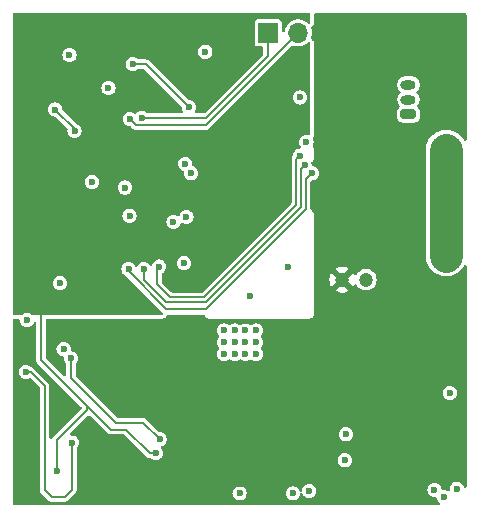
<source format=gbr>
%TF.GenerationSoftware,KiCad,Pcbnew,8.0.3-8.0.3-0~ubuntu22.04.1*%
%TF.CreationDate,2024-06-15T18:18:28-06:00*%
%TF.ProjectId,stm32g070 and DRV8311 single motor board - V1 Alpha,73746d33-3267-4303-9730-20616e642044,rev?*%
%TF.SameCoordinates,Original*%
%TF.FileFunction,Copper,L3,Inr*%
%TF.FilePolarity,Positive*%
%FSLAX46Y46*%
G04 Gerber Fmt 4.6, Leading zero omitted, Abs format (unit mm)*
G04 Created by KiCad (PCBNEW 8.0.3-8.0.3-0~ubuntu22.04.1) date 2024-06-15 18:18:28*
%MOMM*%
%LPD*%
G01*
G04 APERTURE LIST*
G04 Aperture macros list*
%AMRoundRect*
0 Rectangle with rounded corners*
0 $1 Rounding radius*
0 $2 $3 $4 $5 $6 $7 $8 $9 X,Y pos of 4 corners*
0 Add a 4 corners polygon primitive as box body*
4,1,4,$2,$3,$4,$5,$6,$7,$8,$9,$2,$3,0*
0 Add four circle primitives for the rounded corners*
1,1,$1+$1,$2,$3*
1,1,$1+$1,$4,$5*
1,1,$1+$1,$6,$7*
1,1,$1+$1,$8,$9*
0 Add four rect primitives between the rounded corners*
20,1,$1+$1,$2,$3,$4,$5,0*
20,1,$1+$1,$4,$5,$6,$7,0*
20,1,$1+$1,$6,$7,$8,$9,0*
20,1,$1+$1,$8,$9,$2,$3,0*%
G04 Aperture macros list end*
%TA.AperFunction,ComponentPad*%
%ADD10RoundRect,0.200000X0.450000X-0.200000X0.450000X0.200000X-0.450000X0.200000X-0.450000X-0.200000X0*%
%TD*%
%TA.AperFunction,ComponentPad*%
%ADD11O,1.300000X0.800000*%
%TD*%
%TA.AperFunction,ComponentPad*%
%ADD12C,1.200000*%
%TD*%
%TA.AperFunction,ComponentPad*%
%ADD13C,0.600000*%
%TD*%
%TA.AperFunction,ComponentPad*%
%ADD14R,1.700000X1.700000*%
%TD*%
%TA.AperFunction,ComponentPad*%
%ADD15O,1.700000X1.700000*%
%TD*%
%TA.AperFunction,ViaPad*%
%ADD16C,0.600000*%
%TD*%
%TA.AperFunction,Conductor*%
%ADD17C,0.200000*%
%TD*%
%TA.AperFunction,Conductor*%
%ADD18C,2.814000*%
%TD*%
G04 APERTURE END LIST*
D10*
%TO.N,Net-(J3-Pin_1)*%
%TO.C,J3*%
X156400000Y-96900000D03*
D11*
%TO.N,Net-(J3-Pin_2)*%
X156400000Y-95650000D03*
%TO.N,Net-(J3-Pin_3)*%
X156400000Y-94400000D03*
%TD*%
D12*
%TO.N,/MOTORPWR*%
%TO.C,C15*%
X152800000Y-110900000D03*
%TO.N,GNDPWR*%
X150800000Y-110900000D03*
%TD*%
D13*
%TO.N,GNDPWR*%
%TO.C,U4*%
X132262500Y-124737500D03*
X132262500Y-125687500D03*
X132262500Y-126637500D03*
%TD*%
D14*
%TO.N,/USART1_TX*%
%TO.C,J4*%
X144525000Y-90000000D03*
D15*
%TO.N,/USART1_RX*%
X147065000Y-90000000D03*
%TD*%
D13*
%TO.N,GNDPWR*%
%TO.C,U2*%
X149162498Y-98100001D03*
X150562500Y-98100001D03*
X149862499Y-97374600D03*
X149162498Y-96699999D03*
X150562500Y-96699999D03*
%TD*%
D16*
%TO.N,VDD*%
X129600000Y-102636000D03*
X147213896Y-95473287D03*
X131000000Y-94700000D03*
%TO.N,GND*%
X124000000Y-99300000D03*
X123800000Y-108900000D03*
X146000000Y-103400000D03*
X131800000Y-91800000D03*
X126600000Y-127100000D03*
X135000000Y-125600000D03*
X132900000Y-104500000D03*
X136800000Y-89700000D03*
X141000000Y-98600000D03*
X131600000Y-112200000D03*
%TO.N,/MOTORPWR*%
X158600000Y-103400000D03*
X158600000Y-105300000D03*
X142600000Y-115200000D03*
X159600000Y-103400000D03*
X142600000Y-117200000D03*
X143500000Y-115200000D03*
X141700000Y-115200000D03*
X158600000Y-104400000D03*
X141700000Y-116200000D03*
X141700000Y-117200000D03*
X159600000Y-105300000D03*
X160600000Y-104400000D03*
X140800000Y-117200000D03*
X143500000Y-116200000D03*
X160600000Y-103400000D03*
X160600000Y-105300000D03*
X142600000Y-116200000D03*
X140800000Y-116200000D03*
X159600000Y-104400000D03*
X140800000Y-115200000D03*
X143500000Y-117200000D03*
%TO.N,GNDPWR*%
X158900000Y-116500000D03*
X131400000Y-119000000D03*
X124350000Y-126300000D03*
X152800000Y-90800000D03*
X132400000Y-118100000D03*
X153500000Y-106800000D03*
X124350000Y-127150000D03*
X154800000Y-90800000D03*
X157900000Y-117400000D03*
X130400000Y-117100000D03*
X159900000Y-116500000D03*
X132400000Y-117100000D03*
X153800000Y-89800000D03*
X132400000Y-119000000D03*
X154800000Y-89800000D03*
X157900000Y-115500000D03*
X159900000Y-117400000D03*
X153500000Y-104900000D03*
X152500000Y-106800000D03*
X152800000Y-89800000D03*
X131400000Y-118100000D03*
X159900000Y-115500000D03*
X152500000Y-105900000D03*
X153500000Y-105900000D03*
X158900000Y-115500000D03*
X153800000Y-90800000D03*
X152800000Y-91700000D03*
X151500000Y-105900000D03*
X154800000Y-91700000D03*
X151500000Y-104900000D03*
X130400000Y-118100000D03*
X151500000Y-106800000D03*
X131400000Y-117100000D03*
X157900000Y-116500000D03*
X158900000Y-117400000D03*
X153800000Y-91700000D03*
X152500000Y-104900000D03*
X130400000Y-119000000D03*
%TO.N,/SWC*%
X137500000Y-101100000D03*
%TO.N,/SWD*%
X138000000Y-101900000D03*
%TO.N,Net-(U2-SLEEP_N)*%
X147756784Y-99259725D03*
%TO.N,/PSU/LDO 4.9v*%
X127912500Y-124700000D03*
X124000000Y-118700000D03*
%TO.N,/1CSA-B*%
X147600000Y-101200000D03*
X134000000Y-110000000D03*
%TO.N,/1CSA-A*%
X132700000Y-110000000D03*
X148200000Y-101900000D03*
%TO.N,/1CSA-C*%
X135300000Y-109800000D03*
X147200000Y-100400000D03*
%TO.N,/CS1*%
X133049998Y-92649998D03*
X137800000Y-96300000D03*
%TO.N,/PSU/BATT+*%
X142100000Y-129000000D03*
X159900000Y-120500000D03*
%TO.N,Net-(D1-A)*%
X124100000Y-114325000D03*
%TO.N,/PSU/~{CHG}*%
X135321200Y-124421200D03*
X127824265Y-117575735D03*
%TO.N,Net-(D2-A)*%
X127200000Y-116800000D03*
%TO.N,/SDA1*%
X128125000Y-98300000D03*
X126500000Y-96500000D03*
%TO.N,/PSU/BATT-*%
X151000000Y-126200000D03*
X160500000Y-128600000D03*
%TO.N,Net-(Q1-G)*%
X159400000Y-129300000D03*
X148000000Y-128800000D03*
X151100000Y-124000000D03*
%TO.N,/NRST*%
X126900000Y-111200000D03*
X132780603Y-105480603D03*
%TO.N,Net-(U3-PACK)*%
X146600000Y-129000000D03*
X158600000Y-128700000D03*
%TO.N,Net-(J1-Pin_2)*%
X127700000Y-91900000D03*
%TO.N,Net-(J2-Pin_2)*%
X139200000Y-91600000D03*
%TO.N,/USART1_TX*%
X133800000Y-97200000D03*
%TO.N,/USART1_RX*%
X132800000Y-97300000D03*
%TO.N,/ADC11*%
X136500000Y-106000000D03*
%TO.N,/ADC10{slash}VBATT*%
X137400000Y-109500000D03*
%TO.N,Net-(D3-A)*%
X143000000Y-112300000D03*
%TO.N,/LED*%
X137600000Y-105600000D03*
X146200000Y-109800000D03*
%TO.N,Net-(U1-VREF+)*%
X132400000Y-103100000D03*
%TD*%
D17*
%TO.N,GND*%
X125300000Y-110400000D02*
X125300000Y-117700000D01*
X126600000Y-124500000D02*
X129150000Y-121950000D01*
X132500000Y-123600000D02*
X134500000Y-125600000D01*
X129150000Y-121950000D02*
X129150000Y-121550000D01*
X126600000Y-127100000D02*
X126600000Y-124500000D01*
X134500000Y-125600000D02*
X135000000Y-125600000D01*
X123800000Y-108900000D02*
X125300000Y-110400000D01*
X131200000Y-123600000D02*
X132500000Y-123600000D01*
X125300000Y-117700000D02*
X131200000Y-123600000D01*
D18*
%TO.N,/MOTORPWR*%
X159600000Y-99900000D02*
X159600000Y-108900000D01*
D17*
%TO.N,/PSU/LDO 4.9v*%
X127300000Y-129300000D02*
X127912500Y-128687500D01*
X127912500Y-128687500D02*
X127912500Y-124700000D01*
X125600000Y-128700000D02*
X126200000Y-129300000D01*
X124400000Y-118700000D02*
X125600000Y-119900000D01*
X124000000Y-118700000D02*
X124400000Y-118700000D01*
X126200000Y-129300000D02*
X127300000Y-129300000D01*
X125600000Y-119900000D02*
X125600000Y-128700000D01*
%TO.N,/1CSA-B*%
X135900000Y-112800000D02*
X139265686Y-112800000D01*
X134000000Y-110900000D02*
X135900000Y-112800000D01*
X134000000Y-110000000D02*
X134000000Y-110900000D01*
X147300000Y-104765686D02*
X147300000Y-101500000D01*
X139265686Y-112800000D02*
X147300000Y-104765686D01*
X147300000Y-101500000D02*
X147600000Y-101200000D01*
%TO.N,/1CSA-A*%
X135900000Y-113400000D02*
X139231372Y-113400000D01*
X147700000Y-104931372D02*
X147700000Y-102400000D01*
X147700000Y-102400000D02*
X148200000Y-101900000D01*
X132700000Y-110000000D02*
X132700000Y-110200000D01*
X132700000Y-110200000D02*
X135900000Y-113400000D01*
X139231372Y-113400000D02*
X147700000Y-104931372D01*
%TO.N,/1CSA-C*%
X136200000Y-112400000D02*
X139100000Y-112400000D01*
X139100000Y-112400000D02*
X146900000Y-104600000D01*
X135100000Y-111300000D02*
X136200000Y-112400000D01*
X135100000Y-110000000D02*
X135100000Y-111300000D01*
X146900000Y-100700000D02*
X147200000Y-100400000D01*
X146900000Y-104600000D02*
X146900000Y-100700000D01*
X135300000Y-109800000D02*
X135100000Y-110000000D01*
%TO.N,/CS1*%
X137800000Y-96300000D02*
X134149998Y-92649998D01*
X134149998Y-92649998D02*
X133049998Y-92649998D01*
%TO.N,/PSU/~{CHG}*%
X131600000Y-123000000D02*
X133900000Y-123000000D01*
X127824265Y-117575735D02*
X127824265Y-119224265D01*
X133900000Y-123000000D02*
X135321200Y-124421200D01*
X127824265Y-119224265D02*
X131600000Y-123000000D01*
%TO.N,/SDA1*%
X126500000Y-96500000D02*
X128125000Y-98125000D01*
X128125000Y-98125000D02*
X128125000Y-98300000D01*
%TO.N,/USART1_TX*%
X133800000Y-97200000D02*
X139299314Y-97200000D01*
X139299314Y-97200000D02*
X144525000Y-91974314D01*
X144525000Y-91974314D02*
X144525000Y-90000000D01*
%TO.N,/USART1_RX*%
X132800000Y-97300000D02*
X133300000Y-97800000D01*
X133300000Y-97800000D02*
X139265000Y-97800000D01*
X139265000Y-97800000D02*
X147065000Y-90000000D01*
%TD*%
%TA.AperFunction,Conductor*%
%TO.N,GNDPWR*%
G36*
X139174753Y-113919685D02*
G01*
X139214752Y-113961400D01*
X139253447Y-114027563D01*
X139253452Y-114027571D01*
X139299208Y-114080376D01*
X139299218Y-114080387D01*
X139343934Y-114122548D01*
X139343936Y-114122549D01*
X139343940Y-114122553D01*
X139444016Y-114173439D01*
X139511055Y-114193124D01*
X139597127Y-114205500D01*
X139597130Y-114205500D01*
X147975990Y-114205500D01*
X147976000Y-114205500D01*
X148040941Y-114198518D01*
X148092452Y-114187312D01*
X148130658Y-114176354D01*
X148227571Y-114119675D01*
X148280375Y-114073920D01*
X148280382Y-114073912D01*
X148280387Y-114073908D01*
X148322548Y-114029192D01*
X148322553Y-114029187D01*
X148373439Y-113929111D01*
X148381987Y-113900000D01*
X161323500Y-113900000D01*
X161323500Y-128395532D01*
X161303815Y-128462571D01*
X161251011Y-128508326D01*
X161181853Y-128518270D01*
X161118297Y-128489245D01*
X161084939Y-128442985D01*
X161065283Y-128395532D01*
X161024536Y-128297159D01*
X160928282Y-128171718D01*
X160802841Y-128075464D01*
X160656762Y-128014956D01*
X160656760Y-128014955D01*
X160500001Y-127994318D01*
X160499999Y-127994318D01*
X160343239Y-128014955D01*
X160343237Y-128014956D01*
X160197160Y-128075463D01*
X160071718Y-128171718D01*
X159975463Y-128297160D01*
X159914956Y-128443237D01*
X159914955Y-128443239D01*
X159894318Y-128599998D01*
X159894318Y-128600001D01*
X159902456Y-128661815D01*
X159891690Y-128730850D01*
X159845310Y-128783106D01*
X159778042Y-128801991D01*
X159711241Y-128781510D01*
X159704037Y-128776381D01*
X159702842Y-128775464D01*
X159556762Y-128714956D01*
X159556760Y-128714955D01*
X159400001Y-128694318D01*
X159399999Y-128694318D01*
X159331196Y-128703376D01*
X159262161Y-128692610D01*
X159209905Y-128646230D01*
X159192072Y-128596622D01*
X159185044Y-128543239D01*
X159185044Y-128543238D01*
X159124536Y-128397159D01*
X159028282Y-128271718D01*
X158902841Y-128175464D01*
X158893797Y-128171718D01*
X158756762Y-128114956D01*
X158756760Y-128114955D01*
X158600001Y-128094318D01*
X158599999Y-128094318D01*
X158443239Y-128114955D01*
X158443237Y-128114956D01*
X158297160Y-128175463D01*
X158171718Y-128271718D01*
X158075463Y-128397160D01*
X158014956Y-128543237D01*
X158014955Y-128543239D01*
X157994318Y-128699998D01*
X157994318Y-128700001D01*
X158014955Y-128856760D01*
X158014956Y-128856762D01*
X158074287Y-129000001D01*
X158075464Y-129002841D01*
X158171718Y-129128282D01*
X158297159Y-129224536D01*
X158443238Y-129285044D01*
X158600000Y-129305682D01*
X158668805Y-129296623D01*
X158737837Y-129307388D01*
X158790093Y-129353767D01*
X158807927Y-129403375D01*
X158813502Y-129445724D01*
X158814956Y-129456762D01*
X158875464Y-129602841D01*
X158950400Y-129700500D01*
X158971719Y-129728283D01*
X159060132Y-129796124D01*
X159101335Y-129852552D01*
X159105490Y-129922298D01*
X159071278Y-129983218D01*
X159009561Y-130015971D01*
X158984646Y-130018500D01*
X123006500Y-130018500D01*
X122939461Y-129998815D01*
X122893706Y-129946011D01*
X122882500Y-129894500D01*
X122882500Y-114329500D01*
X122902185Y-114262461D01*
X122954989Y-114216706D01*
X123006500Y-114205500D01*
X123370318Y-114205500D01*
X123437357Y-114225185D01*
X123483112Y-114277989D01*
X123491632Y-114317155D01*
X123493257Y-114316942D01*
X123514955Y-114481760D01*
X123514956Y-114481762D01*
X123575464Y-114627841D01*
X123671718Y-114753282D01*
X123797159Y-114849536D01*
X123943238Y-114910044D01*
X124021619Y-114920363D01*
X124099999Y-114930682D01*
X124100000Y-114930682D01*
X124100001Y-114930682D01*
X124152254Y-114923802D01*
X124256762Y-114910044D01*
X124402841Y-114849536D01*
X124528282Y-114753282D01*
X124624536Y-114627841D01*
X124660939Y-114539955D01*
X124704780Y-114485552D01*
X124771074Y-114463487D01*
X124838773Y-114480766D01*
X124886384Y-114531903D01*
X124899500Y-114587408D01*
X124899500Y-117752726D01*
X124926793Y-117854589D01*
X124953156Y-117900250D01*
X124979520Y-117945913D01*
X124979522Y-117945915D01*
X128695926Y-121662319D01*
X128729411Y-121723642D01*
X128724427Y-121793334D01*
X128695926Y-121837681D01*
X126279522Y-124254084D01*
X126279517Y-124254090D01*
X126231887Y-124336589D01*
X126181320Y-124384805D01*
X126112713Y-124398027D01*
X126047848Y-124372059D01*
X126007320Y-124315145D01*
X126000500Y-124274589D01*
X126000500Y-119847275D01*
X126000500Y-119847273D01*
X125973207Y-119745413D01*
X125973207Y-119745412D01*
X125920480Y-119654087D01*
X124645913Y-118379520D01*
X124554588Y-118326793D01*
X124489379Y-118309320D01*
X124433796Y-118277231D01*
X124428288Y-118271724D01*
X124428284Y-118271721D01*
X124428282Y-118271718D01*
X124302841Y-118175464D01*
X124156762Y-118114956D01*
X124156760Y-118114955D01*
X124000001Y-118094318D01*
X123999999Y-118094318D01*
X123843239Y-118114955D01*
X123843237Y-118114956D01*
X123697160Y-118175463D01*
X123571718Y-118271718D01*
X123475463Y-118397160D01*
X123414956Y-118543237D01*
X123414955Y-118543239D01*
X123394318Y-118699998D01*
X123394318Y-118700001D01*
X123414955Y-118856760D01*
X123414956Y-118856762D01*
X123475464Y-119002841D01*
X123571718Y-119128282D01*
X123697159Y-119224536D01*
X123843238Y-119285044D01*
X123921619Y-119295363D01*
X123999999Y-119305682D01*
X124000000Y-119305682D01*
X124000001Y-119305682D01*
X124052254Y-119298802D01*
X124156762Y-119285044D01*
X124265399Y-119240044D01*
X124334867Y-119232576D01*
X124397347Y-119263851D01*
X124400532Y-119266925D01*
X125163181Y-120029574D01*
X125196666Y-120090897D01*
X125199500Y-120117255D01*
X125199500Y-128647273D01*
X125199500Y-128752727D01*
X125212167Y-128800001D01*
X125226793Y-128854589D01*
X125230248Y-128860573D01*
X125279520Y-128945913D01*
X125954087Y-129620480D01*
X126045412Y-129673207D01*
X126147273Y-129700500D01*
X126147275Y-129700500D01*
X127352725Y-129700500D01*
X127352727Y-129700500D01*
X127454588Y-129673207D01*
X127545913Y-129620480D01*
X128166395Y-128999998D01*
X141494318Y-128999998D01*
X141494318Y-129000001D01*
X141514955Y-129156760D01*
X141514956Y-129156762D01*
X141574287Y-129300001D01*
X141575464Y-129302841D01*
X141671718Y-129428282D01*
X141797159Y-129524536D01*
X141943238Y-129585044D01*
X142021619Y-129595363D01*
X142099999Y-129605682D01*
X142100000Y-129605682D01*
X142100001Y-129605682D01*
X142152254Y-129598802D01*
X142256762Y-129585044D01*
X142402841Y-129524536D01*
X142528282Y-129428282D01*
X142624536Y-129302841D01*
X142685044Y-129156762D01*
X142705682Y-129000000D01*
X142705682Y-128999998D01*
X145994318Y-128999998D01*
X145994318Y-129000001D01*
X146014955Y-129156760D01*
X146014956Y-129156762D01*
X146074287Y-129300001D01*
X146075464Y-129302841D01*
X146171718Y-129428282D01*
X146297159Y-129524536D01*
X146443238Y-129585044D01*
X146521619Y-129595363D01*
X146599999Y-129605682D01*
X146600000Y-129605682D01*
X146600001Y-129605682D01*
X146652254Y-129598802D01*
X146756762Y-129585044D01*
X146902841Y-129524536D01*
X147028282Y-129428282D01*
X147124536Y-129302841D01*
X147185044Y-129156762D01*
X147200070Y-129042623D01*
X147228336Y-128978728D01*
X147286661Y-128940257D01*
X147356525Y-128939426D01*
X147415749Y-128976498D01*
X147437570Y-129011357D01*
X147475464Y-129102841D01*
X147571718Y-129228282D01*
X147697159Y-129324536D01*
X147843238Y-129385044D01*
X147921619Y-129395363D01*
X147999999Y-129405682D01*
X148000000Y-129405682D01*
X148000001Y-129405682D01*
X148052254Y-129398802D01*
X148156762Y-129385044D01*
X148302841Y-129324536D01*
X148428282Y-129228282D01*
X148524536Y-129102841D01*
X148585044Y-128956762D01*
X148605682Y-128800000D01*
X148599458Y-128752727D01*
X148585044Y-128643239D01*
X148585044Y-128643238D01*
X148524536Y-128497159D01*
X148428282Y-128371718D01*
X148302841Y-128275464D01*
X148293797Y-128271718D01*
X148156762Y-128214956D01*
X148156760Y-128214955D01*
X148000001Y-128194318D01*
X147999999Y-128194318D01*
X147843239Y-128214955D01*
X147843237Y-128214956D01*
X147697160Y-128275463D01*
X147571718Y-128371718D01*
X147475463Y-128497160D01*
X147414956Y-128643237D01*
X147414956Y-128643239D01*
X147399929Y-128757375D01*
X147371662Y-128821271D01*
X147313337Y-128859742D01*
X147243473Y-128860573D01*
X147184249Y-128823500D01*
X147162429Y-128788641D01*
X147124537Y-128697161D01*
X147124536Y-128697160D01*
X147124536Y-128697159D01*
X147028282Y-128571718D01*
X146902841Y-128475464D01*
X146890241Y-128470245D01*
X146756762Y-128414956D01*
X146756760Y-128414955D01*
X146600001Y-128394318D01*
X146599999Y-128394318D01*
X146443239Y-128414955D01*
X146443237Y-128414956D01*
X146297160Y-128475463D01*
X146171718Y-128571718D01*
X146075463Y-128697160D01*
X146014956Y-128843237D01*
X146014955Y-128843239D01*
X145994318Y-128999998D01*
X142705682Y-128999998D01*
X142699989Y-128956760D01*
X142688793Y-128871718D01*
X142685044Y-128843238D01*
X142624536Y-128697159D01*
X142528282Y-128571718D01*
X142402841Y-128475464D01*
X142390241Y-128470245D01*
X142256762Y-128414956D01*
X142256760Y-128414955D01*
X142100001Y-128394318D01*
X142099999Y-128394318D01*
X141943239Y-128414955D01*
X141943237Y-128414956D01*
X141797160Y-128475463D01*
X141671718Y-128571718D01*
X141575463Y-128697160D01*
X141514956Y-128843237D01*
X141514955Y-128843239D01*
X141494318Y-128999998D01*
X128166395Y-128999998D01*
X128232980Y-128933413D01*
X128285707Y-128842088D01*
X128313000Y-128740227D01*
X128313000Y-128634773D01*
X128313000Y-125206580D01*
X128332685Y-125139541D01*
X128338624Y-125131093D01*
X128340779Y-125128283D01*
X128340782Y-125128282D01*
X128437036Y-125002841D01*
X128497544Y-124856762D01*
X128518182Y-124700000D01*
X128518181Y-124699995D01*
X128497544Y-124543239D01*
X128497544Y-124543238D01*
X128437036Y-124397159D01*
X128340782Y-124271718D01*
X128215341Y-124175464D01*
X128170190Y-124156762D01*
X128069262Y-124114956D01*
X128069260Y-124114955D01*
X127912502Y-124094318D01*
X127912500Y-124094318D01*
X127896531Y-124096420D01*
X127882624Y-124098251D01*
X127813589Y-124087483D01*
X127761334Y-124041102D01*
X127742450Y-123973833D01*
X127762932Y-123907033D01*
X127778752Y-123887639D01*
X129262318Y-122404072D01*
X129323641Y-122370588D01*
X129393333Y-122375572D01*
X129437680Y-122404073D01*
X130954087Y-123920480D01*
X131045412Y-123973207D01*
X131147273Y-124000500D01*
X131252727Y-124000500D01*
X132282745Y-124000500D01*
X132349784Y-124020185D01*
X132370426Y-124036819D01*
X134254087Y-125920480D01*
X134345412Y-125973207D01*
X134447273Y-126000500D01*
X134493420Y-126000500D01*
X134560459Y-126020185D01*
X134568907Y-126026124D01*
X134571716Y-126028279D01*
X134571718Y-126028282D01*
X134697159Y-126124536D01*
X134843238Y-126185044D01*
X134921619Y-126195363D01*
X134999999Y-126205682D01*
X135000000Y-126205682D01*
X135000001Y-126205682D01*
X135043170Y-126199998D01*
X150394318Y-126199998D01*
X150394318Y-126200001D01*
X150414955Y-126356760D01*
X150414956Y-126356762D01*
X150475464Y-126502841D01*
X150571718Y-126628282D01*
X150697159Y-126724536D01*
X150843238Y-126785044D01*
X150921619Y-126795363D01*
X150999999Y-126805682D01*
X151000000Y-126805682D01*
X151000001Y-126805682D01*
X151064754Y-126797157D01*
X151156762Y-126785044D01*
X151302841Y-126724536D01*
X151428282Y-126628282D01*
X151524536Y-126502841D01*
X151585044Y-126356762D01*
X151605682Y-126200000D01*
X151585044Y-126043238D01*
X151524536Y-125897159D01*
X151428282Y-125771718D01*
X151302841Y-125675464D01*
X151156762Y-125614956D01*
X151156760Y-125614955D01*
X151000001Y-125594318D01*
X150999999Y-125594318D01*
X150843239Y-125614955D01*
X150843237Y-125614956D01*
X150697160Y-125675463D01*
X150571718Y-125771718D01*
X150475463Y-125897160D01*
X150414956Y-126043237D01*
X150414955Y-126043239D01*
X150394318Y-126199998D01*
X135043170Y-126199998D01*
X135052254Y-126198802D01*
X135156762Y-126185044D01*
X135302841Y-126124536D01*
X135428282Y-126028282D01*
X135524536Y-125902841D01*
X135585044Y-125756762D01*
X135605682Y-125600000D01*
X135585044Y-125443238D01*
X135524536Y-125297159D01*
X135442287Y-125189970D01*
X135417095Y-125124805D01*
X135431133Y-125056360D01*
X135479947Y-125006370D01*
X135493201Y-124999931D01*
X135624041Y-124945736D01*
X135749482Y-124849482D01*
X135845736Y-124724041D01*
X135906244Y-124577962D01*
X135920002Y-124473454D01*
X135926882Y-124421201D01*
X135926882Y-124421198D01*
X135906244Y-124264439D01*
X135906244Y-124264438D01*
X135845736Y-124118359D01*
X135754915Y-123999998D01*
X150494318Y-123999998D01*
X150494318Y-124000001D01*
X150514955Y-124156760D01*
X150514956Y-124156762D01*
X150563761Y-124274589D01*
X150575464Y-124302841D01*
X150671718Y-124428282D01*
X150797159Y-124524536D01*
X150943238Y-124585044D01*
X151021619Y-124595363D01*
X151099999Y-124605682D01*
X151100000Y-124605682D01*
X151100001Y-124605682D01*
X151152254Y-124598802D01*
X151256762Y-124585044D01*
X151402841Y-124524536D01*
X151528282Y-124428282D01*
X151624536Y-124302841D01*
X151685044Y-124156762D01*
X151705682Y-124000000D01*
X151692077Y-123896663D01*
X151685044Y-123843239D01*
X151685044Y-123843238D01*
X151624536Y-123697159D01*
X151528282Y-123571718D01*
X151402841Y-123475464D01*
X151256762Y-123414956D01*
X151256760Y-123414955D01*
X151100001Y-123394318D01*
X151099999Y-123394318D01*
X150943239Y-123414955D01*
X150943237Y-123414956D01*
X150797160Y-123475463D01*
X150671718Y-123571718D01*
X150575463Y-123697160D01*
X150514956Y-123843237D01*
X150514955Y-123843239D01*
X150494318Y-123999998D01*
X135754915Y-123999998D01*
X135749482Y-123992918D01*
X135624041Y-123896664D01*
X135477962Y-123836156D01*
X135421777Y-123828759D01*
X135317685Y-123815055D01*
X135253789Y-123786788D01*
X135246190Y-123779797D01*
X134145915Y-122679522D01*
X134145913Y-122679520D01*
X134100250Y-122653156D01*
X134054589Y-122626793D01*
X134003657Y-122613146D01*
X133952727Y-122599500D01*
X133952726Y-122599500D01*
X131817254Y-122599500D01*
X131750215Y-122579815D01*
X131729573Y-122563181D01*
X129666391Y-120499998D01*
X159294318Y-120499998D01*
X159294318Y-120500001D01*
X159314955Y-120656760D01*
X159314956Y-120656762D01*
X159375464Y-120802841D01*
X159471718Y-120928282D01*
X159597159Y-121024536D01*
X159743238Y-121085044D01*
X159821619Y-121095363D01*
X159899999Y-121105682D01*
X159900000Y-121105682D01*
X159900001Y-121105682D01*
X159952254Y-121098802D01*
X160056762Y-121085044D01*
X160202841Y-121024536D01*
X160328282Y-120928282D01*
X160424536Y-120802841D01*
X160485044Y-120656762D01*
X160505682Y-120500000D01*
X160485044Y-120343238D01*
X160424536Y-120197159D01*
X160328282Y-120071718D01*
X160202841Y-119975464D01*
X160056762Y-119914956D01*
X160056760Y-119914955D01*
X159900001Y-119894318D01*
X159899999Y-119894318D01*
X159743239Y-119914955D01*
X159743237Y-119914956D01*
X159597160Y-119975463D01*
X159471718Y-120071718D01*
X159375463Y-120197160D01*
X159314956Y-120343237D01*
X159314955Y-120343239D01*
X159294318Y-120499998D01*
X129666391Y-120499998D01*
X128261084Y-119094691D01*
X128227599Y-119033368D01*
X128224765Y-119007010D01*
X128224765Y-118082315D01*
X128244450Y-118015276D01*
X128250389Y-118006828D01*
X128252544Y-118004018D01*
X128252547Y-118004017D01*
X128348801Y-117878576D01*
X128409309Y-117732497D01*
X128429947Y-117575735D01*
X128409309Y-117418973D01*
X128348801Y-117272894D01*
X128252547Y-117147453D01*
X128127106Y-117051199D01*
X128107886Y-117043238D01*
X128084319Y-117033476D01*
X127981027Y-116990691D01*
X127906929Y-116980935D01*
X127843034Y-116952669D01*
X127804563Y-116894345D01*
X127800177Y-116841813D01*
X127805682Y-116800000D01*
X127800169Y-116758128D01*
X127785044Y-116643239D01*
X127785044Y-116643238D01*
X127724536Y-116497159D01*
X127628282Y-116371718D01*
X127502841Y-116275464D01*
X127356762Y-116214956D01*
X127356760Y-116214955D01*
X127200001Y-116194318D01*
X127199999Y-116194318D01*
X127043239Y-116214955D01*
X127043237Y-116214956D01*
X126897160Y-116275463D01*
X126771718Y-116371718D01*
X126675463Y-116497160D01*
X126614956Y-116643237D01*
X126614955Y-116643239D01*
X126594318Y-116799998D01*
X126594318Y-116800001D01*
X126614955Y-116956760D01*
X126614956Y-116956762D01*
X126650775Y-117043238D01*
X126675464Y-117102841D01*
X126771718Y-117228282D01*
X126897159Y-117324536D01*
X127043238Y-117385044D01*
X127117333Y-117394798D01*
X127181229Y-117423064D01*
X127219701Y-117481388D01*
X127224087Y-117533921D01*
X127218583Y-117575732D01*
X127218583Y-117575736D01*
X127239220Y-117732495D01*
X127239221Y-117732497D01*
X127299729Y-117878576D01*
X127395983Y-118004017D01*
X127395985Y-118004018D01*
X127398141Y-118006828D01*
X127423335Y-118071998D01*
X127423765Y-118082315D01*
X127423765Y-118958010D01*
X127404080Y-119025049D01*
X127351276Y-119070804D01*
X127282118Y-119080748D01*
X127218562Y-119051723D01*
X127212084Y-119045691D01*
X125736819Y-117570426D01*
X125703334Y-117509103D01*
X125700500Y-117482745D01*
X125700500Y-115199998D01*
X140194318Y-115199998D01*
X140194318Y-115200001D01*
X140214955Y-115356760D01*
X140214956Y-115356762D01*
X140275464Y-115502842D01*
X140368826Y-115624514D01*
X140394020Y-115689683D01*
X140379981Y-115758128D01*
X140368826Y-115775486D01*
X140275464Y-115897157D01*
X140214956Y-116043237D01*
X140214955Y-116043239D01*
X140194318Y-116199998D01*
X140194318Y-116200001D01*
X140214955Y-116356760D01*
X140214956Y-116356762D01*
X140275464Y-116502842D01*
X140368826Y-116624514D01*
X140394020Y-116689683D01*
X140379981Y-116758128D01*
X140368826Y-116775486D01*
X140275464Y-116897157D01*
X140214956Y-117043237D01*
X140214955Y-117043239D01*
X140194318Y-117199998D01*
X140194318Y-117200001D01*
X140214955Y-117356760D01*
X140214956Y-117356762D01*
X140275464Y-117502841D01*
X140371718Y-117628282D01*
X140497159Y-117724536D01*
X140643238Y-117785044D01*
X140721619Y-117795363D01*
X140799999Y-117805682D01*
X140800000Y-117805682D01*
X140800001Y-117805682D01*
X140852254Y-117798802D01*
X140956762Y-117785044D01*
X141102841Y-117724536D01*
X141174513Y-117669539D01*
X141239682Y-117644345D01*
X141308127Y-117658383D01*
X141325487Y-117669540D01*
X141397157Y-117724535D01*
X141397158Y-117724535D01*
X141397159Y-117724536D01*
X141543238Y-117785044D01*
X141621619Y-117795363D01*
X141699999Y-117805682D01*
X141700000Y-117805682D01*
X141700001Y-117805682D01*
X141752254Y-117798802D01*
X141856762Y-117785044D01*
X142002841Y-117724536D01*
X142074513Y-117669539D01*
X142139682Y-117644345D01*
X142208127Y-117658383D01*
X142225487Y-117669540D01*
X142297157Y-117724535D01*
X142297158Y-117724535D01*
X142297159Y-117724536D01*
X142443238Y-117785044D01*
X142521619Y-117795363D01*
X142599999Y-117805682D01*
X142600000Y-117805682D01*
X142600001Y-117805682D01*
X142652254Y-117798802D01*
X142756762Y-117785044D01*
X142902841Y-117724536D01*
X142974513Y-117669539D01*
X143039682Y-117644345D01*
X143108127Y-117658383D01*
X143125487Y-117669540D01*
X143197157Y-117724535D01*
X143197158Y-117724535D01*
X143197159Y-117724536D01*
X143343238Y-117785044D01*
X143421619Y-117795363D01*
X143499999Y-117805682D01*
X143500000Y-117805682D01*
X143500001Y-117805682D01*
X143552254Y-117798802D01*
X143656762Y-117785044D01*
X143802841Y-117724536D01*
X143928282Y-117628282D01*
X144024536Y-117502841D01*
X144085044Y-117356762D01*
X144105682Y-117200000D01*
X144085044Y-117043238D01*
X144024536Y-116897159D01*
X143931171Y-116775484D01*
X143905979Y-116710317D01*
X143920017Y-116641873D01*
X143931167Y-116624521D01*
X144024536Y-116502841D01*
X144085044Y-116356762D01*
X144105682Y-116200000D01*
X144085044Y-116043238D01*
X144024536Y-115897159D01*
X143931171Y-115775484D01*
X143905979Y-115710317D01*
X143920017Y-115641873D01*
X143931167Y-115624521D01*
X144024536Y-115502841D01*
X144085044Y-115356762D01*
X144105682Y-115200000D01*
X144085044Y-115043238D01*
X144024536Y-114897159D01*
X143928282Y-114771718D01*
X143802841Y-114675464D01*
X143656762Y-114614956D01*
X143656760Y-114614955D01*
X143500001Y-114594318D01*
X143499999Y-114594318D01*
X143343239Y-114614955D01*
X143343237Y-114614956D01*
X143197157Y-114675464D01*
X143125486Y-114730460D01*
X143060317Y-114755654D01*
X142991872Y-114741615D01*
X142974514Y-114730460D01*
X142902842Y-114675464D01*
X142756762Y-114614956D01*
X142756760Y-114614955D01*
X142600001Y-114594318D01*
X142599999Y-114594318D01*
X142443239Y-114614955D01*
X142443237Y-114614956D01*
X142297157Y-114675464D01*
X142225486Y-114730460D01*
X142160317Y-114755654D01*
X142091872Y-114741615D01*
X142074514Y-114730460D01*
X142002842Y-114675464D01*
X141856762Y-114614956D01*
X141856760Y-114614955D01*
X141700001Y-114594318D01*
X141699999Y-114594318D01*
X141543239Y-114614955D01*
X141543237Y-114614956D01*
X141397157Y-114675464D01*
X141325486Y-114730460D01*
X141260317Y-114755654D01*
X141191872Y-114741615D01*
X141174514Y-114730460D01*
X141102842Y-114675464D01*
X140956762Y-114614956D01*
X140956760Y-114614955D01*
X140800001Y-114594318D01*
X140799999Y-114594318D01*
X140643239Y-114614955D01*
X140643237Y-114614956D01*
X140497160Y-114675463D01*
X140371718Y-114771718D01*
X140275463Y-114897160D01*
X140214956Y-115043237D01*
X140214955Y-115043239D01*
X140194318Y-115199998D01*
X125700500Y-115199998D01*
X125700500Y-114329500D01*
X125720185Y-114262461D01*
X125772989Y-114216706D01*
X125824500Y-114205500D01*
X135534249Y-114205500D01*
X135534930Y-114205487D01*
X135545151Y-114205305D01*
X135553997Y-114204989D01*
X135649853Y-114185922D01*
X135715317Y-114161505D01*
X135770466Y-114134333D01*
X135853118Y-114058349D01*
X135894990Y-114002416D01*
X135920486Y-113960056D01*
X135971922Y-113912769D01*
X136026727Y-113900000D01*
X139107714Y-113900000D01*
X139174753Y-113919685D01*
G37*
%TD.AperFunction*%
%TD*%
%TA.AperFunction,Conductor*%
%TO.N,GNDPWR*%
G36*
X161266539Y-88358185D02*
G01*
X161312294Y-88410989D01*
X161323500Y-88462500D01*
X161323500Y-99007415D01*
X161303815Y-99074454D01*
X161251011Y-99120209D01*
X161181853Y-99130153D01*
X161118297Y-99101128D01*
X161092113Y-99069415D01*
X161022781Y-98949328D01*
X160886522Y-98771752D01*
X160886516Y-98771745D01*
X160728254Y-98613483D01*
X160728247Y-98613477D01*
X160550671Y-98477218D01*
X160356831Y-98365305D01*
X160356821Y-98365300D01*
X160199172Y-98300000D01*
X160150036Y-98279647D01*
X159933832Y-98221716D01*
X159933826Y-98221715D01*
X159933821Y-98221714D01*
X159711924Y-98192501D01*
X159711921Y-98192500D01*
X159711915Y-98192500D01*
X159488085Y-98192500D01*
X159488079Y-98192500D01*
X159488075Y-98192501D01*
X159266178Y-98221714D01*
X159266171Y-98221715D01*
X159266168Y-98221716D01*
X159194100Y-98241026D01*
X159049970Y-98279645D01*
X159049966Y-98279646D01*
X159049964Y-98279647D01*
X159049957Y-98279650D01*
X158843178Y-98365300D01*
X158843168Y-98365305D01*
X158649328Y-98477218D01*
X158471752Y-98613477D01*
X158471745Y-98613483D01*
X158313483Y-98771745D01*
X158313477Y-98771752D01*
X158177218Y-98949328D01*
X158065305Y-99143168D01*
X158065300Y-99143178D01*
X157979650Y-99349957D01*
X157979645Y-99349970D01*
X157921717Y-99566165D01*
X157921714Y-99566178D01*
X157892501Y-99788075D01*
X157892500Y-99788091D01*
X157892500Y-109011908D01*
X157892501Y-109011924D01*
X157921714Y-109233821D01*
X157921715Y-109233826D01*
X157921716Y-109233832D01*
X157979647Y-109450036D01*
X158005559Y-109512592D01*
X158065300Y-109656821D01*
X158065305Y-109656831D01*
X158177218Y-109850671D01*
X158313477Y-110028247D01*
X158313483Y-110028254D01*
X158471745Y-110186516D01*
X158471752Y-110186522D01*
X158649328Y-110322781D01*
X158843168Y-110434694D01*
X158843178Y-110434699D01*
X158880587Y-110450194D01*
X159049964Y-110520353D01*
X159266168Y-110578284D01*
X159488085Y-110607500D01*
X159488092Y-110607500D01*
X159711908Y-110607500D01*
X159711915Y-110607500D01*
X159933832Y-110578284D01*
X160150036Y-110520353D01*
X160356828Y-110434696D01*
X160550672Y-110322781D01*
X160728249Y-110186521D01*
X160886521Y-110028249D01*
X161022781Y-109850672D01*
X161092113Y-109730583D01*
X161142679Y-109682369D01*
X161211286Y-109669145D01*
X161276151Y-109695113D01*
X161316680Y-109752027D01*
X161323500Y-109792584D01*
X161323500Y-113900000D01*
X148381987Y-113900000D01*
X148393124Y-113862072D01*
X148405500Y-113776000D01*
X148405500Y-111834240D01*
X150219311Y-111834240D01*
X150307585Y-111888897D01*
X150497678Y-111962539D01*
X150698072Y-112000000D01*
X150901928Y-112000000D01*
X151102322Y-111962539D01*
X151292412Y-111888899D01*
X151292416Y-111888897D01*
X151380686Y-111834241D01*
X151380686Y-111834240D01*
X150800001Y-111253553D01*
X150800000Y-111253553D01*
X150219311Y-111834240D01*
X148405500Y-111834240D01*
X148405500Y-110899999D01*
X149695287Y-110899999D01*
X149695287Y-110900000D01*
X149714096Y-111102989D01*
X149714097Y-111102992D01*
X149769883Y-111299063D01*
X149769886Y-111299069D01*
X149860751Y-111481551D01*
X149862533Y-111483911D01*
X150446446Y-110900000D01*
X150446446Y-110899999D01*
X150406951Y-110860504D01*
X150500000Y-110860504D01*
X150500000Y-110939496D01*
X150520444Y-111015796D01*
X150559940Y-111084205D01*
X150615795Y-111140060D01*
X150684204Y-111179556D01*
X150760504Y-111200000D01*
X150839496Y-111200000D01*
X150915796Y-111179556D01*
X150984205Y-111140060D01*
X151040060Y-111084205D01*
X151079556Y-111015796D01*
X151100000Y-110939496D01*
X151100000Y-110900000D01*
X151153553Y-110900000D01*
X151737465Y-111483912D01*
X151739247Y-111481553D01*
X151739251Y-111481547D01*
X151801500Y-111356534D01*
X151849002Y-111305297D01*
X151916665Y-111287875D01*
X151983006Y-111309800D01*
X152019887Y-111349805D01*
X152067467Y-111432216D01*
X152124822Y-111495915D01*
X152194129Y-111572888D01*
X152347265Y-111684148D01*
X152347270Y-111684151D01*
X152520192Y-111761142D01*
X152520197Y-111761144D01*
X152705354Y-111800500D01*
X152705355Y-111800500D01*
X152894644Y-111800500D01*
X152894646Y-111800500D01*
X153079803Y-111761144D01*
X153252730Y-111684151D01*
X153405871Y-111572888D01*
X153532533Y-111432216D01*
X153627179Y-111268284D01*
X153685674Y-111088256D01*
X153705460Y-110900000D01*
X153685674Y-110711744D01*
X153627179Y-110531716D01*
X153532533Y-110367784D01*
X153405871Y-110227112D01*
X153405870Y-110227111D01*
X153252734Y-110115851D01*
X153252729Y-110115848D01*
X153079807Y-110038857D01*
X153079802Y-110038855D01*
X152931469Y-110007327D01*
X152894646Y-109999500D01*
X152705354Y-109999500D01*
X152672897Y-110006398D01*
X152520197Y-110038855D01*
X152520192Y-110038857D01*
X152347270Y-110115848D01*
X152347265Y-110115851D01*
X152194129Y-110227111D01*
X152067465Y-110367785D01*
X152019887Y-110450194D01*
X151969320Y-110498410D01*
X151900713Y-110511632D01*
X151835848Y-110485664D01*
X151801500Y-110443466D01*
X151739249Y-110318449D01*
X151739247Y-110318447D01*
X151737465Y-110316087D01*
X151153553Y-110900000D01*
X151100000Y-110900000D01*
X151100000Y-110860504D01*
X151079556Y-110784204D01*
X151040060Y-110715795D01*
X150984205Y-110659940D01*
X150915796Y-110620444D01*
X150839496Y-110600000D01*
X150760504Y-110600000D01*
X150684204Y-110620444D01*
X150615795Y-110659940D01*
X150559940Y-110715795D01*
X150520444Y-110784204D01*
X150500000Y-110860504D01*
X150406951Y-110860504D01*
X149862533Y-110316087D01*
X149860755Y-110318442D01*
X149860754Y-110318443D01*
X149769886Y-110500930D01*
X149769883Y-110500936D01*
X149714097Y-110697007D01*
X149714096Y-110697010D01*
X149695287Y-110899999D01*
X148405500Y-110899999D01*
X148405500Y-109965758D01*
X150219311Y-109965758D01*
X150800000Y-110546446D01*
X150800001Y-110546446D01*
X151380687Y-109965758D01*
X151292413Y-109911101D01*
X151292411Y-109911100D01*
X151102321Y-109837460D01*
X150901928Y-109800000D01*
X150698072Y-109800000D01*
X150497678Y-109837460D01*
X150307588Y-109911100D01*
X150307581Y-109911104D01*
X150219312Y-109965757D01*
X150219311Y-109965758D01*
X148405500Y-109965758D01*
X148405500Y-105397125D01*
X148405305Y-105386219D01*
X148404989Y-105377373D01*
X148385922Y-105281517D01*
X148361505Y-105216053D01*
X148334333Y-105160904D01*
X148258349Y-105078252D01*
X148202416Y-105036380D01*
X148202409Y-105036375D01*
X148202404Y-105036372D01*
X148202402Y-105036371D01*
X148160556Y-105011184D01*
X148113269Y-104959748D01*
X148100501Y-104904944D01*
X148100501Y-104871050D01*
X148100500Y-104871032D01*
X148100500Y-102627526D01*
X148120185Y-102560487D01*
X148172989Y-102514732D01*
X148208312Y-102504587D01*
X148356762Y-102485044D01*
X148502841Y-102424536D01*
X148628282Y-102328282D01*
X148724536Y-102202841D01*
X148785044Y-102056762D01*
X148805682Y-101900000D01*
X148805681Y-101899996D01*
X148785044Y-101743239D01*
X148785044Y-101743238D01*
X148724536Y-101597159D01*
X148628282Y-101471718D01*
X148502841Y-101375464D01*
X148356762Y-101314956D01*
X148312752Y-101309162D01*
X148248856Y-101280895D01*
X148210385Y-101222571D01*
X148205999Y-101202408D01*
X148199043Y-101149575D01*
X148185044Y-101043238D01*
X148185043Y-101043237D01*
X148183983Y-101035180D01*
X148186422Y-101034858D01*
X148187782Y-100977437D01*
X148224698Y-100921465D01*
X148227565Y-100918980D01*
X148227571Y-100918977D01*
X148280375Y-100873222D01*
X148280382Y-100873213D01*
X148280387Y-100873210D01*
X148322548Y-100828494D01*
X148322553Y-100828489D01*
X148373439Y-100728413D01*
X148393124Y-100661374D01*
X148405500Y-100575302D01*
X148405500Y-99953116D01*
X148403118Y-99915041D01*
X148399266Y-99884375D01*
X148397454Y-99872002D01*
X148397453Y-99872000D01*
X148397453Y-99871997D01*
X148358883Y-99766565D01*
X148358883Y-99766564D01*
X148323231Y-99706475D01*
X148323223Y-99706464D01*
X148323219Y-99706458D01*
X148299834Y-99674806D01*
X148275829Y-99609189D01*
X148285004Y-99553670D01*
X148341828Y-99416487D01*
X148362466Y-99259725D01*
X148341828Y-99102963D01*
X148285080Y-98965963D01*
X148277612Y-98896496D01*
X148308887Y-98834016D01*
X148309221Y-98833659D01*
X148322553Y-98819520D01*
X148373439Y-98719444D01*
X148393124Y-98652405D01*
X148405500Y-98566333D01*
X148405500Y-94468995D01*
X155449499Y-94468995D01*
X155476418Y-94604322D01*
X155476421Y-94604332D01*
X155529221Y-94731804D01*
X155529228Y-94731817D01*
X155605885Y-94846541D01*
X155605888Y-94846545D01*
X155696662Y-94937319D01*
X155730147Y-94998642D01*
X155725163Y-95068334D01*
X155696662Y-95112681D01*
X155605888Y-95203454D01*
X155605885Y-95203458D01*
X155529228Y-95318182D01*
X155529221Y-95318195D01*
X155476421Y-95445667D01*
X155476418Y-95445677D01*
X155449500Y-95581004D01*
X155449500Y-95581007D01*
X155449500Y-95718993D01*
X155449500Y-95718995D01*
X155449499Y-95718995D01*
X155476418Y-95854322D01*
X155476421Y-95854332D01*
X155529221Y-95981804D01*
X155529228Y-95981817D01*
X155605885Y-96096541D01*
X155605888Y-96096545D01*
X155639579Y-96130236D01*
X155673064Y-96191559D01*
X155668080Y-96261251D01*
X155626212Y-96317182D01*
X155606041Y-96332282D01*
X155592454Y-96342454D01*
X155592453Y-96342455D01*
X155592452Y-96342456D01*
X155506206Y-96457664D01*
X155506202Y-96457671D01*
X155455910Y-96592513D01*
X155455909Y-96592517D01*
X155449500Y-96652127D01*
X155449500Y-96652134D01*
X155449500Y-96652135D01*
X155449500Y-97147870D01*
X155449501Y-97147876D01*
X155455908Y-97207483D01*
X155506202Y-97342328D01*
X155506206Y-97342335D01*
X155592452Y-97457544D01*
X155592455Y-97457547D01*
X155707664Y-97543793D01*
X155707671Y-97543797D01*
X155842517Y-97594091D01*
X155842516Y-97594091D01*
X155849444Y-97594835D01*
X155902127Y-97600500D01*
X156897872Y-97600499D01*
X156957483Y-97594091D01*
X157092331Y-97543796D01*
X157207546Y-97457546D01*
X157293796Y-97342331D01*
X157344091Y-97207483D01*
X157350500Y-97147873D01*
X157350499Y-96652128D01*
X157344091Y-96592517D01*
X157342839Y-96589161D01*
X157293797Y-96457671D01*
X157293793Y-96457664D01*
X157207548Y-96342456D01*
X157207546Y-96342455D01*
X157207546Y-96342454D01*
X157173787Y-96317182D01*
X157131918Y-96261248D01*
X157126935Y-96191556D01*
X157160421Y-96130235D01*
X157194111Y-96096545D01*
X157194114Y-96096542D01*
X157270775Y-95981811D01*
X157274327Y-95973237D01*
X157308632Y-95890416D01*
X157323580Y-95854328D01*
X157350500Y-95718993D01*
X157350500Y-95581007D01*
X157350500Y-95581004D01*
X157323581Y-95445677D01*
X157323580Y-95445676D01*
X157323580Y-95445672D01*
X157323578Y-95445667D01*
X157270778Y-95318195D01*
X157270771Y-95318182D01*
X157194114Y-95203458D01*
X157194111Y-95203454D01*
X157103338Y-95112681D01*
X157069853Y-95051358D01*
X157074837Y-94981666D01*
X157103338Y-94937319D01*
X157194111Y-94846545D01*
X157194114Y-94846542D01*
X157270775Y-94731811D01*
X157323580Y-94604328D01*
X157334143Y-94551227D01*
X157350500Y-94468995D01*
X157350500Y-94331004D01*
X157323581Y-94195677D01*
X157323580Y-94195676D01*
X157323580Y-94195672D01*
X157323578Y-94195667D01*
X157270778Y-94068195D01*
X157270771Y-94068182D01*
X157194114Y-93953458D01*
X157194111Y-93953454D01*
X157096545Y-93855888D01*
X157096541Y-93855885D01*
X156981817Y-93779228D01*
X156981804Y-93779221D01*
X156854332Y-93726421D01*
X156854322Y-93726418D01*
X156718995Y-93699500D01*
X156718993Y-93699500D01*
X156081007Y-93699500D01*
X156081005Y-93699500D01*
X155945677Y-93726418D01*
X155945667Y-93726421D01*
X155818195Y-93779221D01*
X155818182Y-93779228D01*
X155703458Y-93855885D01*
X155703454Y-93855888D01*
X155605888Y-93953454D01*
X155605885Y-93953458D01*
X155529228Y-94068182D01*
X155529221Y-94068195D01*
X155476421Y-94195667D01*
X155476418Y-94195677D01*
X155449500Y-94331004D01*
X155449500Y-94331007D01*
X155449500Y-94468993D01*
X155449500Y-94468995D01*
X155449499Y-94468995D01*
X148405500Y-94468995D01*
X148405500Y-90894120D01*
X148405476Y-90890308D01*
X148405437Y-90887183D01*
X148390824Y-90797565D01*
X148369456Y-90731043D01*
X148344857Y-90674694D01*
X148272770Y-90588623D01*
X148272769Y-90588622D01*
X148272765Y-90588618D01*
X148218841Y-90544223D01*
X148218829Y-90544213D01*
X148199483Y-90531315D01*
X148154623Y-90477753D01*
X148145842Y-90408438D01*
X148148996Y-90394222D01*
X148200756Y-90212310D01*
X148220429Y-90000000D01*
X148200756Y-89787690D01*
X148148402Y-89603687D01*
X148148988Y-89533821D01*
X148187255Y-89475362D01*
X148205068Y-89462715D01*
X148211164Y-89459149D01*
X148227571Y-89449554D01*
X148280375Y-89403799D01*
X148280382Y-89403791D01*
X148280387Y-89403787D01*
X148322548Y-89359071D01*
X148322553Y-89359066D01*
X148373439Y-89258990D01*
X148393124Y-89191951D01*
X148405500Y-89105879D01*
X148405500Y-88462500D01*
X148425185Y-88395461D01*
X148477989Y-88349706D01*
X148529500Y-88338500D01*
X161199500Y-88338500D01*
X161266539Y-88358185D01*
G37*
%TD.AperFunction*%
%TD*%
%TA.AperFunction,Conductor*%
%TO.N,GND*%
G36*
X148043039Y-88358185D02*
G01*
X148088794Y-88410989D01*
X148100000Y-88462500D01*
X148100000Y-89105879D01*
X148080315Y-89172918D01*
X148027511Y-89218673D01*
X147958353Y-89228617D01*
X147894797Y-89199592D01*
X147892462Y-89197516D01*
X147763562Y-89080008D01*
X147761302Y-89077948D01*
X147580019Y-88965702D01*
X147580017Y-88965701D01*
X147480608Y-88927190D01*
X147381198Y-88888679D01*
X147171610Y-88849500D01*
X146958390Y-88849500D01*
X146748802Y-88888679D01*
X146748799Y-88888679D01*
X146748799Y-88888680D01*
X146549982Y-88965701D01*
X146549980Y-88965702D01*
X146368699Y-89077947D01*
X146211127Y-89221593D01*
X146082632Y-89391746D01*
X145987596Y-89582605D01*
X145987596Y-89582607D01*
X145929244Y-89787689D01*
X145922970Y-89855398D01*
X145897184Y-89920335D01*
X145840384Y-89961023D01*
X145770603Y-89964543D01*
X145709996Y-89929778D01*
X145677806Y-89867765D01*
X145675499Y-89843957D01*
X145675499Y-89105143D01*
X145675499Y-89105136D01*
X145675497Y-89105117D01*
X145672586Y-89080012D01*
X145672585Y-89080010D01*
X145672585Y-89080009D01*
X145627206Y-88977235D01*
X145547765Y-88897794D01*
X145527124Y-88888680D01*
X145444992Y-88852415D01*
X145419865Y-88849500D01*
X143630143Y-88849500D01*
X143630117Y-88849502D01*
X143605012Y-88852413D01*
X143605008Y-88852415D01*
X143502235Y-88897793D01*
X143422794Y-88977234D01*
X143377415Y-89080006D01*
X143377415Y-89080008D01*
X143374500Y-89105131D01*
X143374500Y-90894856D01*
X143374502Y-90894882D01*
X143377413Y-90919987D01*
X143377415Y-90919991D01*
X143422793Y-91022764D01*
X143422794Y-91022765D01*
X143502235Y-91102206D01*
X143605009Y-91147585D01*
X143630135Y-91150500D01*
X144000500Y-91150499D01*
X144067539Y-91170183D01*
X144113294Y-91222987D01*
X144124500Y-91274499D01*
X144124500Y-91757059D01*
X144104815Y-91824098D01*
X144088181Y-91844740D01*
X139169740Y-96763181D01*
X139108417Y-96796666D01*
X139082059Y-96799500D01*
X138425082Y-96799500D01*
X138358043Y-96779815D01*
X138312288Y-96727011D01*
X138302344Y-96657853D01*
X138322141Y-96610845D01*
X138320472Y-96609881D01*
X138324534Y-96602843D01*
X138324536Y-96602841D01*
X138385044Y-96456762D01*
X138405682Y-96300000D01*
X138385044Y-96143238D01*
X138324536Y-95997159D01*
X138228282Y-95871718D01*
X138102841Y-95775464D01*
X137956762Y-95714956D01*
X137900577Y-95707559D01*
X137796485Y-95693855D01*
X137732589Y-95665588D01*
X137724990Y-95658597D01*
X134395913Y-92329520D01*
X134395911Y-92329518D01*
X134350248Y-92303154D01*
X134304587Y-92276791D01*
X134253655Y-92263144D01*
X134202725Y-92249498D01*
X134202724Y-92249498D01*
X133556578Y-92249498D01*
X133489539Y-92229813D01*
X133481091Y-92223874D01*
X133478281Y-92221718D01*
X133478280Y-92221716D01*
X133352839Y-92125462D01*
X133350603Y-92124536D01*
X133206760Y-92064954D01*
X133206758Y-92064953D01*
X133049999Y-92044316D01*
X133049997Y-92044316D01*
X132893237Y-92064953D01*
X132893235Y-92064954D01*
X132747158Y-92125461D01*
X132621716Y-92221716D01*
X132525461Y-92347158D01*
X132464954Y-92493235D01*
X132464953Y-92493237D01*
X132444316Y-92649996D01*
X132444316Y-92649999D01*
X132464953Y-92806758D01*
X132464954Y-92806760D01*
X132525462Y-92952839D01*
X132621716Y-93078280D01*
X132747157Y-93174534D01*
X132893236Y-93235042D01*
X132971617Y-93245361D01*
X133049997Y-93255680D01*
X133049998Y-93255680D01*
X133049999Y-93255680D01*
X133102252Y-93248800D01*
X133206760Y-93235042D01*
X133352839Y-93174534D01*
X133478280Y-93078280D01*
X133478281Y-93078277D01*
X133481091Y-93076122D01*
X133546261Y-93050928D01*
X133556578Y-93050498D01*
X133932743Y-93050498D01*
X133999782Y-93070183D01*
X134020424Y-93086817D01*
X137158597Y-96224990D01*
X137192082Y-96286313D01*
X137193855Y-96296485D01*
X137194318Y-96299998D01*
X137194318Y-96300000D01*
X137214956Y-96456762D01*
X137247246Y-96534718D01*
X137275465Y-96602843D01*
X137279528Y-96609881D01*
X137277551Y-96611022D01*
X137298489Y-96665193D01*
X137284445Y-96733637D01*
X137235627Y-96783623D01*
X137174918Y-96799500D01*
X134306580Y-96799500D01*
X134239541Y-96779815D01*
X134231093Y-96773876D01*
X134228283Y-96771720D01*
X134228282Y-96771718D01*
X134102841Y-96675464D01*
X134060324Y-96657853D01*
X133956762Y-96614956D01*
X133956760Y-96614955D01*
X133800001Y-96594318D01*
X133799999Y-96594318D01*
X133643239Y-96614955D01*
X133643237Y-96614956D01*
X133497160Y-96675463D01*
X133371715Y-96771720D01*
X133345751Y-96805558D01*
X133289323Y-96846761D01*
X133219577Y-96850915D01*
X133171891Y-96828448D01*
X133102841Y-96775464D01*
X133099007Y-96773876D01*
X132956762Y-96714956D01*
X132956760Y-96714955D01*
X132800001Y-96694318D01*
X132799999Y-96694318D01*
X132643239Y-96714955D01*
X132643237Y-96714956D01*
X132497160Y-96775463D01*
X132371718Y-96871718D01*
X132275463Y-96997160D01*
X132214956Y-97143237D01*
X132214955Y-97143239D01*
X132194318Y-97299998D01*
X132194318Y-97300001D01*
X132214955Y-97456760D01*
X132214956Y-97456762D01*
X132275464Y-97602841D01*
X132371718Y-97728282D01*
X132497159Y-97824536D01*
X132643238Y-97885044D01*
X132800000Y-97905682D01*
X132800001Y-97905681D01*
X132803512Y-97906144D01*
X132867409Y-97934410D01*
X132875008Y-97941401D01*
X132975184Y-98041576D01*
X132975189Y-98041582D01*
X132979520Y-98045913D01*
X133054087Y-98120480D01*
X133093505Y-98143238D01*
X133145412Y-98173207D01*
X133247273Y-98200500D01*
X133247275Y-98200500D01*
X139317725Y-98200500D01*
X139317727Y-98200500D01*
X139419588Y-98173207D01*
X139510913Y-98120480D01*
X142158107Y-95473285D01*
X146608214Y-95473285D01*
X146608214Y-95473288D01*
X146628851Y-95630047D01*
X146628852Y-95630049D01*
X146689084Y-95775463D01*
X146689360Y-95776128D01*
X146785614Y-95901569D01*
X146911055Y-95997823D01*
X147057134Y-96058331D01*
X147135515Y-96068650D01*
X147213895Y-96078969D01*
X147213896Y-96078969D01*
X147213897Y-96078969D01*
X147268973Y-96071718D01*
X147370658Y-96058331D01*
X147516737Y-95997823D01*
X147642178Y-95901569D01*
X147738432Y-95776128D01*
X147798940Y-95630049D01*
X147819578Y-95473287D01*
X147798940Y-95316525D01*
X147738432Y-95170446D01*
X147642178Y-95045005D01*
X147516737Y-94948751D01*
X147370658Y-94888243D01*
X147370656Y-94888242D01*
X147213897Y-94867605D01*
X147213895Y-94867605D01*
X147057135Y-94888242D01*
X147057133Y-94888243D01*
X146911056Y-94948750D01*
X146785614Y-95045005D01*
X146689359Y-95170447D01*
X146628852Y-95316524D01*
X146628851Y-95316526D01*
X146608214Y-95473285D01*
X142158107Y-95473285D01*
X146526806Y-91104584D01*
X146588127Y-91071101D01*
X146657819Y-91076085D01*
X146659278Y-91076640D01*
X146725273Y-91102206D01*
X146748802Y-91111321D01*
X146958390Y-91150500D01*
X146958392Y-91150500D01*
X147171608Y-91150500D01*
X147171610Y-91150500D01*
X147381198Y-91111321D01*
X147580019Y-91034298D01*
X147761302Y-90922052D01*
X147892463Y-90802481D01*
X147955265Y-90771866D01*
X148024652Y-90780063D01*
X148078593Y-90824473D01*
X148099961Y-90890995D01*
X148100000Y-90894120D01*
X148100000Y-98566333D01*
X148080315Y-98633372D01*
X148027511Y-98679127D01*
X147958353Y-98689071D01*
X147928551Y-98680896D01*
X147913546Y-98674681D01*
X147913544Y-98674680D01*
X147756785Y-98654043D01*
X147756783Y-98654043D01*
X147600023Y-98674680D01*
X147600021Y-98674681D01*
X147453944Y-98735188D01*
X147328502Y-98831443D01*
X147232247Y-98956885D01*
X147171740Y-99102962D01*
X147171739Y-99102964D01*
X147151102Y-99259723D01*
X147151102Y-99259726D01*
X147171739Y-99416485D01*
X147171740Y-99416487D01*
X147232248Y-99562567D01*
X147260055Y-99598805D01*
X147285250Y-99663974D01*
X147271212Y-99732419D01*
X147222398Y-99782409D01*
X147177866Y-99797231D01*
X147059168Y-99812858D01*
X147043238Y-99814956D01*
X147043237Y-99814956D01*
X146897160Y-99875463D01*
X146771718Y-99971718D01*
X146675463Y-100097160D01*
X146614956Y-100243237D01*
X146614955Y-100243239D01*
X146593257Y-100408057D01*
X146590961Y-100407754D01*
X146577705Y-100457229D01*
X146526793Y-100545411D01*
X146523753Y-100556759D01*
X146523752Y-100556762D01*
X146499500Y-100647273D01*
X146499500Y-104382745D01*
X146479815Y-104449784D01*
X146463181Y-104470426D01*
X138970426Y-111963181D01*
X138909103Y-111996666D01*
X138882745Y-111999500D01*
X136417255Y-111999500D01*
X136350216Y-111979815D01*
X136329574Y-111963181D01*
X135536819Y-111170426D01*
X135503334Y-111109103D01*
X135500500Y-111082745D01*
X135500500Y-110449781D01*
X135520185Y-110382742D01*
X135572989Y-110336987D01*
X135577048Y-110335220D01*
X135588610Y-110330430D01*
X135602841Y-110324536D01*
X135728282Y-110228282D01*
X135824536Y-110102841D01*
X135885044Y-109956762D01*
X135905682Y-109800000D01*
X135905675Y-109799949D01*
X135885044Y-109643239D01*
X135885044Y-109643238D01*
X135825712Y-109499998D01*
X136794318Y-109499998D01*
X136794318Y-109500001D01*
X136814955Y-109656760D01*
X136814956Y-109656762D01*
X136874287Y-109800001D01*
X136875464Y-109802841D01*
X136971718Y-109928282D01*
X137097159Y-110024536D01*
X137243238Y-110085044D01*
X137321619Y-110095363D01*
X137399999Y-110105682D01*
X137400000Y-110105682D01*
X137400001Y-110105682D01*
X137452254Y-110098802D01*
X137556762Y-110085044D01*
X137702841Y-110024536D01*
X137828282Y-109928282D01*
X137924536Y-109802841D01*
X137985044Y-109656762D01*
X138005682Y-109500000D01*
X137985044Y-109343238D01*
X137924536Y-109197159D01*
X137828282Y-109071718D01*
X137702841Y-108975464D01*
X137556762Y-108914956D01*
X137556760Y-108914955D01*
X137400001Y-108894318D01*
X137399999Y-108894318D01*
X137243239Y-108914955D01*
X137243237Y-108914956D01*
X137097160Y-108975463D01*
X136971718Y-109071718D01*
X136875463Y-109197160D01*
X136814956Y-109343237D01*
X136814955Y-109343239D01*
X136794318Y-109499998D01*
X135825712Y-109499998D01*
X135824536Y-109497159D01*
X135728282Y-109371718D01*
X135602841Y-109275464D01*
X135456762Y-109214956D01*
X135456760Y-109214955D01*
X135300001Y-109194318D01*
X135299999Y-109194318D01*
X135143239Y-109214955D01*
X135143237Y-109214956D01*
X134997160Y-109275463D01*
X134871718Y-109371718D01*
X134775463Y-109497160D01*
X134715886Y-109640993D01*
X134672045Y-109695396D01*
X134605751Y-109717461D01*
X134538051Y-109700182D01*
X134502950Y-109669028D01*
X134428282Y-109571718D01*
X134302841Y-109475464D01*
X134156762Y-109414956D01*
X134156760Y-109414955D01*
X134000001Y-109394318D01*
X133999999Y-109394318D01*
X133843239Y-109414955D01*
X133843237Y-109414956D01*
X133697160Y-109475463D01*
X133571718Y-109571718D01*
X133475463Y-109697160D01*
X133464561Y-109723481D01*
X133420720Y-109777884D01*
X133354425Y-109799949D01*
X133286726Y-109782670D01*
X133239116Y-109731532D01*
X133235439Y-109723481D01*
X133224536Y-109697160D01*
X133224536Y-109697159D01*
X133128282Y-109571718D01*
X133002841Y-109475464D01*
X132856762Y-109414956D01*
X132856760Y-109414955D01*
X132700001Y-109394318D01*
X132699999Y-109394318D01*
X132543239Y-109414955D01*
X132543237Y-109414956D01*
X132397160Y-109475463D01*
X132271718Y-109571718D01*
X132175463Y-109697160D01*
X132114956Y-109843237D01*
X132114955Y-109843239D01*
X132094318Y-109999998D01*
X132094318Y-110000001D01*
X132114955Y-110156760D01*
X132114956Y-110156762D01*
X132175464Y-110302841D01*
X132271718Y-110428282D01*
X132397159Y-110524536D01*
X132397160Y-110524536D01*
X132397161Y-110524537D01*
X132478477Y-110558219D01*
X132518706Y-110585099D01*
X135621926Y-113688319D01*
X135655411Y-113749642D01*
X135650427Y-113819334D01*
X135608555Y-113875267D01*
X135543091Y-113899684D01*
X135534245Y-113900000D01*
X124574652Y-113900000D01*
X124507613Y-113880315D01*
X124499166Y-113874376D01*
X124402842Y-113800464D01*
X124256762Y-113739956D01*
X124256760Y-113739955D01*
X124100001Y-113719318D01*
X124099999Y-113719318D01*
X123943239Y-113739955D01*
X123943237Y-113739956D01*
X123797157Y-113800464D01*
X123700834Y-113874376D01*
X123635665Y-113899570D01*
X123625348Y-113900000D01*
X123006500Y-113900000D01*
X122939461Y-113880315D01*
X122893706Y-113827511D01*
X122882500Y-113776000D01*
X122882500Y-111199998D01*
X126294318Y-111199998D01*
X126294318Y-111200001D01*
X126314955Y-111356760D01*
X126314956Y-111356762D01*
X126375464Y-111502841D01*
X126471718Y-111628282D01*
X126597159Y-111724536D01*
X126743238Y-111785044D01*
X126821619Y-111795363D01*
X126899999Y-111805682D01*
X126900000Y-111805682D01*
X126900001Y-111805682D01*
X126952254Y-111798802D01*
X127056762Y-111785044D01*
X127202841Y-111724536D01*
X127328282Y-111628282D01*
X127424536Y-111502841D01*
X127485044Y-111356762D01*
X127505682Y-111200000D01*
X127485044Y-111043238D01*
X127424536Y-110897159D01*
X127328282Y-110771718D01*
X127202841Y-110675464D01*
X127056762Y-110614956D01*
X127056760Y-110614955D01*
X126900001Y-110594318D01*
X126899999Y-110594318D01*
X126743239Y-110614955D01*
X126743237Y-110614956D01*
X126597160Y-110675463D01*
X126471718Y-110771718D01*
X126375463Y-110897160D01*
X126314956Y-111043237D01*
X126314955Y-111043239D01*
X126294318Y-111199998D01*
X122882500Y-111199998D01*
X122882500Y-105480601D01*
X132174921Y-105480601D01*
X132174921Y-105480604D01*
X132195558Y-105637363D01*
X132195559Y-105637365D01*
X132220326Y-105697159D01*
X132256067Y-105783444D01*
X132352321Y-105908885D01*
X132477762Y-106005139D01*
X132623841Y-106065647D01*
X132702222Y-106075966D01*
X132780602Y-106086285D01*
X132780603Y-106086285D01*
X132780604Y-106086285D01*
X132832857Y-106079405D01*
X132937365Y-106065647D01*
X133083444Y-106005139D01*
X133090144Y-105999998D01*
X135894318Y-105999998D01*
X135894318Y-106000001D01*
X135914955Y-106156760D01*
X135914956Y-106156762D01*
X135975464Y-106302841D01*
X136071718Y-106428282D01*
X136197159Y-106524536D01*
X136343238Y-106585044D01*
X136421619Y-106595363D01*
X136499999Y-106605682D01*
X136500000Y-106605682D01*
X136500001Y-106605682D01*
X136552254Y-106598802D01*
X136656762Y-106585044D01*
X136802841Y-106524536D01*
X136928282Y-106428282D01*
X137024536Y-106302841D01*
X137084489Y-106158100D01*
X137128330Y-106103697D01*
X137194624Y-106081632D01*
X137262323Y-106098911D01*
X137274536Y-106107177D01*
X137297157Y-106124535D01*
X137297158Y-106124535D01*
X137297159Y-106124536D01*
X137443238Y-106185044D01*
X137521619Y-106195363D01*
X137599999Y-106205682D01*
X137600000Y-106205682D01*
X137600001Y-106205682D01*
X137652254Y-106198802D01*
X137756762Y-106185044D01*
X137902841Y-106124536D01*
X138028282Y-106028282D01*
X138124536Y-105902841D01*
X138185044Y-105756762D01*
X138205682Y-105600000D01*
X138185044Y-105443238D01*
X138124536Y-105297159D01*
X138028282Y-105171718D01*
X137902841Y-105075464D01*
X137756762Y-105014956D01*
X137756760Y-105014955D01*
X137600001Y-104994318D01*
X137599999Y-104994318D01*
X137443239Y-105014955D01*
X137443237Y-105014956D01*
X137297160Y-105075463D01*
X137171718Y-105171718D01*
X137075463Y-105297160D01*
X137015510Y-105441899D01*
X136971669Y-105496302D01*
X136905374Y-105518367D01*
X136837675Y-105501087D01*
X136825463Y-105492822D01*
X136802842Y-105475464D01*
X136656762Y-105414956D01*
X136656760Y-105414955D01*
X136500001Y-105394318D01*
X136499999Y-105394318D01*
X136343239Y-105414955D01*
X136343237Y-105414956D01*
X136197160Y-105475463D01*
X136071718Y-105571718D01*
X135975463Y-105697160D01*
X135914956Y-105843237D01*
X135914955Y-105843239D01*
X135894318Y-105999998D01*
X133090144Y-105999998D01*
X133208885Y-105908885D01*
X133305139Y-105783444D01*
X133365647Y-105637365D01*
X133386285Y-105480603D01*
X133385608Y-105475464D01*
X133365647Y-105323842D01*
X133365647Y-105323841D01*
X133305139Y-105177762D01*
X133208885Y-105052321D01*
X133083444Y-104956067D01*
X132937365Y-104895559D01*
X132937363Y-104895558D01*
X132780604Y-104874921D01*
X132780602Y-104874921D01*
X132623842Y-104895558D01*
X132623840Y-104895559D01*
X132477763Y-104956066D01*
X132352321Y-105052321D01*
X132256066Y-105177763D01*
X132195559Y-105323840D01*
X132195558Y-105323842D01*
X132174921Y-105480601D01*
X122882500Y-105480601D01*
X122882500Y-102635998D01*
X128994318Y-102635998D01*
X128994318Y-102636001D01*
X129014955Y-102792760D01*
X129014956Y-102792762D01*
X129075464Y-102938841D01*
X129171718Y-103064282D01*
X129297159Y-103160536D01*
X129443238Y-103221044D01*
X129521619Y-103231363D01*
X129599999Y-103241682D01*
X129600000Y-103241682D01*
X129600001Y-103241682D01*
X129652254Y-103234802D01*
X129756762Y-103221044D01*
X129902841Y-103160536D01*
X129981736Y-103099998D01*
X131794318Y-103099998D01*
X131794318Y-103100001D01*
X131814955Y-103256760D01*
X131814956Y-103256762D01*
X131875464Y-103402841D01*
X131971718Y-103528282D01*
X132097159Y-103624536D01*
X132243238Y-103685044D01*
X132321619Y-103695363D01*
X132399999Y-103705682D01*
X132400000Y-103705682D01*
X132400001Y-103705682D01*
X132452254Y-103698802D01*
X132556762Y-103685044D01*
X132702841Y-103624536D01*
X132828282Y-103528282D01*
X132924536Y-103402841D01*
X132985044Y-103256762D01*
X133005682Y-103100000D01*
X132985044Y-102943238D01*
X132924536Y-102797159D01*
X132828282Y-102671718D01*
X132702841Y-102575464D01*
X132679732Y-102565892D01*
X132556762Y-102514956D01*
X132556760Y-102514955D01*
X132400001Y-102494318D01*
X132399999Y-102494318D01*
X132243239Y-102514955D01*
X132243237Y-102514956D01*
X132097160Y-102575463D01*
X131971718Y-102671718D01*
X131875463Y-102797160D01*
X131814956Y-102943237D01*
X131814955Y-102943239D01*
X131794318Y-103099998D01*
X129981736Y-103099998D01*
X130028282Y-103064282D01*
X130124536Y-102938841D01*
X130185044Y-102792762D01*
X130205682Y-102636000D01*
X130185044Y-102479238D01*
X130124536Y-102333159D01*
X130028282Y-102207718D01*
X129902841Y-102111464D01*
X129756762Y-102050956D01*
X129756760Y-102050955D01*
X129600001Y-102030318D01*
X129599999Y-102030318D01*
X129443239Y-102050955D01*
X129443237Y-102050956D01*
X129297160Y-102111463D01*
X129171718Y-102207718D01*
X129075463Y-102333160D01*
X129014956Y-102479237D01*
X129014955Y-102479239D01*
X128994318Y-102635998D01*
X122882500Y-102635998D01*
X122882500Y-101099998D01*
X136894318Y-101099998D01*
X136894318Y-101100001D01*
X136914955Y-101256760D01*
X136914956Y-101256762D01*
X136934105Y-101302993D01*
X136975464Y-101402841D01*
X137071718Y-101528282D01*
X137197159Y-101624536D01*
X137330607Y-101679812D01*
X137385010Y-101723651D01*
X137407075Y-101789945D01*
X137406093Y-101810557D01*
X137394318Y-101899998D01*
X137394318Y-101900001D01*
X137414955Y-102056760D01*
X137414956Y-102056762D01*
X137475464Y-102202841D01*
X137571718Y-102328282D01*
X137697159Y-102424536D01*
X137843238Y-102485044D01*
X137913681Y-102494318D01*
X137999999Y-102505682D01*
X138000000Y-102505682D01*
X138000001Y-102505682D01*
X138052254Y-102498802D01*
X138156762Y-102485044D01*
X138302841Y-102424536D01*
X138428282Y-102328282D01*
X138524536Y-102202841D01*
X138585044Y-102056762D01*
X138605682Y-101900000D01*
X138585044Y-101743238D01*
X138524536Y-101597159D01*
X138428282Y-101471718D01*
X138302841Y-101375464D01*
X138169390Y-101320187D01*
X138114989Y-101276347D01*
X138092924Y-101210053D01*
X138093905Y-101189452D01*
X138105682Y-101100000D01*
X138085044Y-100943238D01*
X138024536Y-100797159D01*
X137928282Y-100671718D01*
X137802841Y-100575464D01*
X137757690Y-100556762D01*
X137656762Y-100514956D01*
X137656760Y-100514955D01*
X137500001Y-100494318D01*
X137499999Y-100494318D01*
X137343239Y-100514955D01*
X137343237Y-100514956D01*
X137197160Y-100575463D01*
X137071718Y-100671718D01*
X136975463Y-100797160D01*
X136914956Y-100943237D01*
X136914955Y-100943239D01*
X136894318Y-101099998D01*
X122882500Y-101099998D01*
X122882500Y-96499998D01*
X125894318Y-96499998D01*
X125894318Y-96500001D01*
X125914955Y-96656760D01*
X125914956Y-96656762D01*
X125967503Y-96783623D01*
X125975464Y-96802841D01*
X126071718Y-96928282D01*
X126197159Y-97024536D01*
X126343238Y-97085044D01*
X126500000Y-97105682D01*
X126500001Y-97105681D01*
X126503513Y-97106144D01*
X126567410Y-97134410D01*
X126575009Y-97141402D01*
X127501008Y-98067401D01*
X127534493Y-98128724D01*
X127536266Y-98171267D01*
X127519318Y-98299998D01*
X127519318Y-98300001D01*
X127539955Y-98456760D01*
X127539956Y-98456762D01*
X127600464Y-98602841D01*
X127696718Y-98728282D01*
X127822159Y-98824536D01*
X127968238Y-98885044D01*
X128046619Y-98895363D01*
X128124999Y-98905682D01*
X128125000Y-98905682D01*
X128125001Y-98905682D01*
X128177254Y-98898802D01*
X128281762Y-98885044D01*
X128427841Y-98824536D01*
X128553282Y-98728282D01*
X128649536Y-98602841D01*
X128710044Y-98456762D01*
X128730682Y-98300000D01*
X128713989Y-98173207D01*
X128710044Y-98143238D01*
X128710043Y-98143236D01*
X128678631Y-98067401D01*
X128649536Y-97997159D01*
X128553282Y-97871718D01*
X128427841Y-97775464D01*
X128313934Y-97728282D01*
X128303843Y-97724102D01*
X128263615Y-97697222D01*
X127141402Y-96575009D01*
X127107917Y-96513686D01*
X127106144Y-96503513D01*
X127105681Y-96499998D01*
X127085044Y-96343238D01*
X127024536Y-96197159D01*
X126928282Y-96071718D01*
X126802841Y-95975464D01*
X126656762Y-95914956D01*
X126656760Y-95914955D01*
X126500001Y-95894318D01*
X126499999Y-95894318D01*
X126343239Y-95914955D01*
X126343237Y-95914956D01*
X126197160Y-95975463D01*
X126071718Y-96071718D01*
X125975463Y-96197160D01*
X125914956Y-96343237D01*
X125914955Y-96343239D01*
X125894318Y-96499998D01*
X122882500Y-96499998D01*
X122882500Y-94699998D01*
X130394318Y-94699998D01*
X130394318Y-94700001D01*
X130414955Y-94856760D01*
X130414956Y-94856762D01*
X130475464Y-95002841D01*
X130571718Y-95128282D01*
X130697159Y-95224536D01*
X130843238Y-95285044D01*
X130921619Y-95295363D01*
X130999999Y-95305682D01*
X131000000Y-95305682D01*
X131000001Y-95305682D01*
X131052254Y-95298802D01*
X131156762Y-95285044D01*
X131302841Y-95224536D01*
X131428282Y-95128282D01*
X131524536Y-95002841D01*
X131585044Y-94856762D01*
X131605682Y-94700000D01*
X131585044Y-94543238D01*
X131524536Y-94397159D01*
X131428282Y-94271718D01*
X131302841Y-94175464D01*
X131156762Y-94114956D01*
X131156760Y-94114955D01*
X131000001Y-94094318D01*
X130999999Y-94094318D01*
X130843239Y-94114955D01*
X130843237Y-94114956D01*
X130697160Y-94175463D01*
X130571718Y-94271718D01*
X130475463Y-94397160D01*
X130414956Y-94543237D01*
X130414955Y-94543239D01*
X130394318Y-94699998D01*
X122882500Y-94699998D01*
X122882500Y-91899998D01*
X127094318Y-91899998D01*
X127094318Y-91900001D01*
X127114955Y-92056760D01*
X127114956Y-92056762D01*
X127143412Y-92125462D01*
X127175464Y-92202841D01*
X127271718Y-92328282D01*
X127397159Y-92424536D01*
X127543238Y-92485044D01*
X127621619Y-92495363D01*
X127699999Y-92505682D01*
X127700000Y-92505682D01*
X127700001Y-92505682D01*
X127752254Y-92498802D01*
X127856762Y-92485044D01*
X128002841Y-92424536D01*
X128128282Y-92328282D01*
X128224536Y-92202841D01*
X128285044Y-92056762D01*
X128305682Y-91900000D01*
X128285044Y-91743238D01*
X128225712Y-91599998D01*
X138594318Y-91599998D01*
X138594318Y-91600001D01*
X138614955Y-91756760D01*
X138614956Y-91756762D01*
X138674287Y-91900001D01*
X138675464Y-91902841D01*
X138771718Y-92028282D01*
X138897159Y-92124536D01*
X139043238Y-92185044D01*
X139121619Y-92195363D01*
X139199999Y-92205682D01*
X139200000Y-92205682D01*
X139200001Y-92205682D01*
X139252254Y-92198802D01*
X139356762Y-92185044D01*
X139502841Y-92124536D01*
X139628282Y-92028282D01*
X139724536Y-91902841D01*
X139785044Y-91756762D01*
X139805682Y-91600000D01*
X139802141Y-91573107D01*
X139785044Y-91443239D01*
X139785044Y-91443238D01*
X139724536Y-91297159D01*
X139628282Y-91171718D01*
X139502841Y-91075464D01*
X139356762Y-91014956D01*
X139356760Y-91014955D01*
X139200001Y-90994318D01*
X139199999Y-90994318D01*
X139043239Y-91014955D01*
X139043237Y-91014956D01*
X138897160Y-91075463D01*
X138771718Y-91171718D01*
X138675463Y-91297160D01*
X138614956Y-91443237D01*
X138614955Y-91443239D01*
X138594318Y-91599998D01*
X128225712Y-91599998D01*
X128224536Y-91597159D01*
X128128282Y-91471718D01*
X128002841Y-91375464D01*
X127856762Y-91314956D01*
X127856760Y-91314955D01*
X127700001Y-91294318D01*
X127699999Y-91294318D01*
X127543239Y-91314955D01*
X127543237Y-91314956D01*
X127397160Y-91375463D01*
X127271718Y-91471718D01*
X127175463Y-91597160D01*
X127114956Y-91743237D01*
X127114955Y-91743239D01*
X127094318Y-91899998D01*
X122882500Y-91899998D01*
X122882500Y-88462500D01*
X122902185Y-88395461D01*
X122954989Y-88349706D01*
X123006500Y-88338500D01*
X147976000Y-88338500D01*
X148043039Y-88358185D01*
G37*
%TD.AperFunction*%
%TD*%
M02*

</source>
